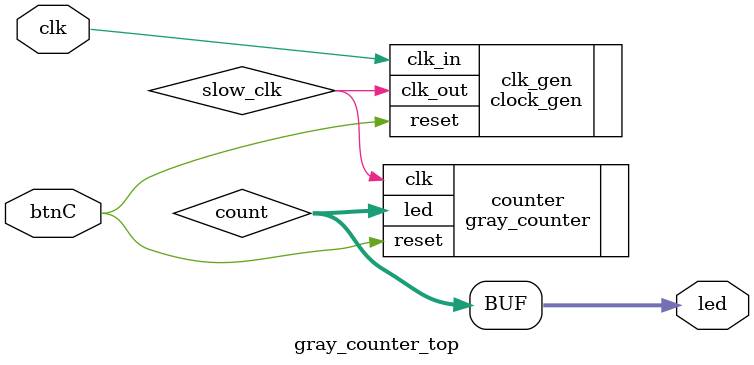
<source format=v>
`timescale 1ns / 1ps


module gray_counter_top(btnC, led, clk);

input btnC, clk;
output wire [2:0] led;
wire slow_clk;
wire [2:0] count;

assign led = count;

clock_gen clk_gen(.clk_in(clk), .reset(btnC), .clk_out(slow_clk));

gray_counter counter(.clk(slow_clk), .reset(btnC), .led(count));


endmodule

</source>
